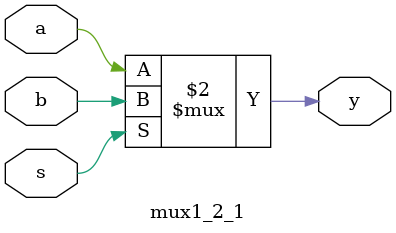
<source format=v>
module mux1_2_1(a, b, s, y);
	input a, b, s;
	output y;
	assign y = (s == 0) ? a : b;
endmodule

</source>
